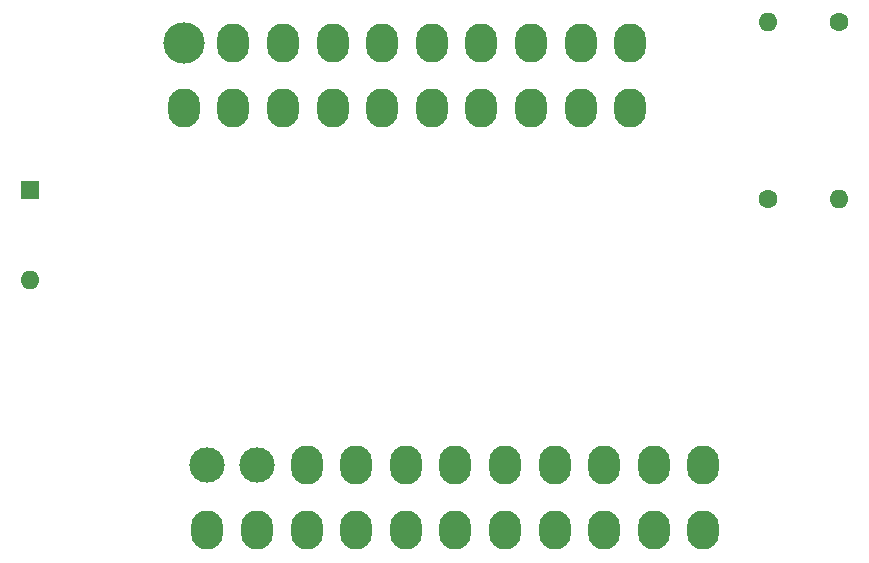
<source format=gbr>
%TF.GenerationSoftware,KiCad,Pcbnew,8.0.1*%
%TF.CreationDate,2024-05-07T20:14:08+02:00*%
%TF.ProjectId,atx,6174782e-6b69-4636-9164-5f7063625858,rev?*%
%TF.SameCoordinates,Original*%
%TF.FileFunction,Soldermask,Bot*%
%TF.FilePolarity,Negative*%
%FSLAX46Y46*%
G04 Gerber Fmt 4.6, Leading zero omitted, Abs format (unit mm)*
G04 Created by KiCad (PCBNEW 8.0.1) date 2024-05-07 20:14:08*
%MOMM*%
%LPD*%
G01*
G04 APERTURE LIST*
%ADD10R,1.600000X1.600000*%
%ADD11O,1.600000X1.600000*%
%ADD12C,3.000000*%
%ADD13O,2.700000X3.300000*%
%ADD14C,1.600000*%
%ADD15C,3.500000*%
G04 APERTURE END LIST*
D10*
%TO.C,test switch*%
X74500000Y-62200000D03*
D11*
X74500000Y-69820000D03*
%TD*%
D12*
%TO.C,power mac g4*%
X89500000Y-85500000D03*
X93700000Y-85500000D03*
D13*
X97900000Y-85500000D03*
X102100000Y-85500000D03*
X106300000Y-85500000D03*
X110500000Y-85500000D03*
X114700000Y-85500000D03*
X118900000Y-85500000D03*
X123100000Y-85500000D03*
X127300000Y-85500000D03*
X131500000Y-85500000D03*
X89500000Y-91000000D03*
X93700000Y-91000000D03*
X97900000Y-91000000D03*
X102100000Y-91000000D03*
X106300000Y-91000000D03*
X110500000Y-91000000D03*
X114700000Y-91000000D03*
X118900000Y-91000000D03*
X123100000Y-91000000D03*
X127300000Y-91000000D03*
X131500000Y-91000000D03*
%TD*%
D14*
%TO.C,diode 50v 3A*%
X137000000Y-63000000D03*
D11*
X137000000Y-48000000D03*
%TD*%
D14*
%TO.C,diode 50v 3A*%
X143000000Y-48000000D03*
D11*
X143000000Y-63000000D03*
%TD*%
D13*
%TO.C,atx psu*%
X125300000Y-55250000D03*
X121100000Y-55250000D03*
X116900000Y-55250000D03*
X112700000Y-55250000D03*
X108500000Y-55250000D03*
X104300000Y-55250000D03*
X100100000Y-55250000D03*
X95900000Y-55250000D03*
X91700000Y-55250000D03*
X87500000Y-55250000D03*
X125300000Y-49750000D03*
X121100000Y-49750000D03*
X116900000Y-49750000D03*
X112700000Y-49750000D03*
X108500000Y-49750000D03*
X104300000Y-49750000D03*
X100100000Y-49750000D03*
X95900000Y-49750000D03*
X91700000Y-49750000D03*
D15*
X87500000Y-49750000D03*
%TD*%
M02*

</source>
